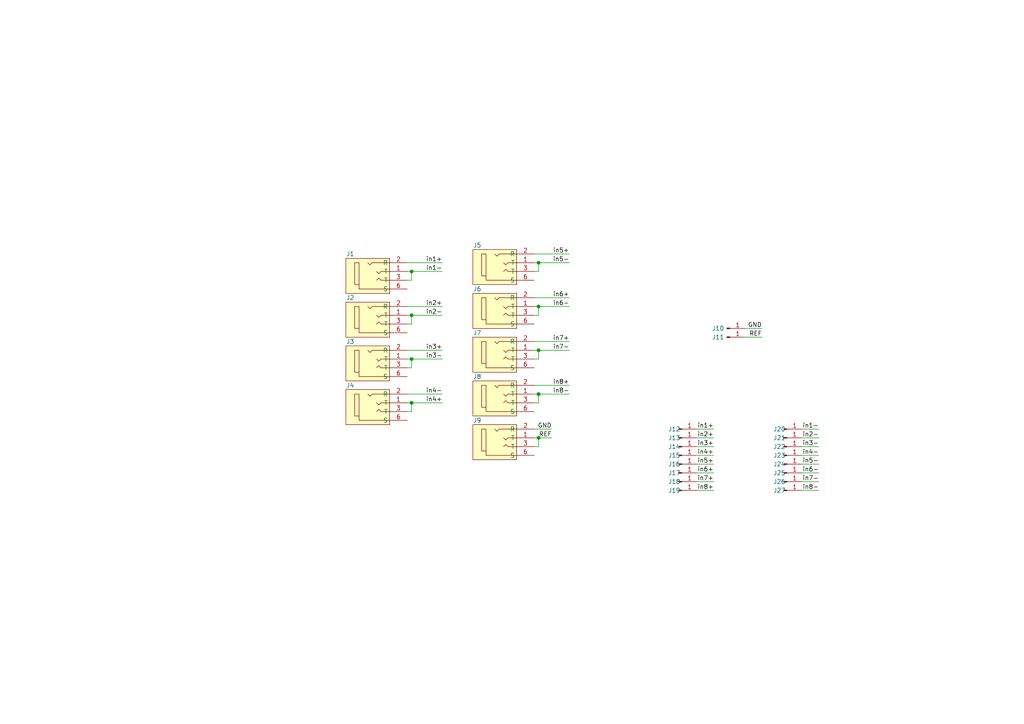
<source format=kicad_sch>
(kicad_sch (version 20231120) (generator "eeschema") (generator_version "8.0")
  (paper "A4")
  (lib_symbols
    (symbol "00_custom:jack2.5_PJ-210B"
      (property "Reference" "J" (at 0 2.54 0))
      (property "Value" "jack2.5_PJ-210B" (at 0 5.08 0))
      (symbol "jack2.5_PJ-210B_0_1"
        (polyline (pts (xy 12.7 -6.35) (xy 10.16 -6.35) (xy 9.525 -5.715) (xy 8.89 -6.35)))
        (polyline (pts (xy 12.7 -3.81) (xy 10.16 -3.81) (xy 9.525 -4.445) (xy 8.89 -3.81)))
        (polyline (pts (xy 12.7 -1.27) (xy 7.62 -1.27) (xy 6.985 -1.905) (xy 6.35 -1.27)))
        (polyline (pts (xy 12.7 -8.89) (xy 3.81 -8.89) (xy 3.81 -1.27) (xy 2.54 -1.27) (xy 2.54 -7.62) (xy 3.81 -7.62)))
        (rectangle (start 12.7 0) (end 0 -10.16) (fill (type background)))
      )
      (symbol "jack2.5_PJ-210B_1_1"
        (pin passive line (at 17.78 -3.81 180) (length 5.08) (name "T") (number "1"))
        (pin passive line (at 17.78 -1.27 180) (length 5.08) (name "R") (number "2"))
        (pin passive line (at 17.78 -6.35 180) (length 5.08) (name "T") (number "3"))
        (pin passive line (at 17.78 -8.89 180) (length 5.08) (name "S") (number "6"))
      )
    )
    (symbol "Connector:Conn_01x01_Pin" (pin_names (offset 1.016) hide)
      (property "Reference" "J" (at 0 2.54 0))
      (property "Value" "Conn_01x01_Pin" (at 0 -2.54 0))
      (symbol "Conn_01x01_Pin_1_1"
        (polyline (pts (xy 1.27 0) (xy 0.8636 0)) (stroke (width 0.1524)))
        (rectangle (start 0.8636 0.127) (end 0 -0.127) (stroke (width 0.1524)) (fill (type outline)))
        (pin passive line (at 5.08 0 180) (length 3.81) (name "Pin_1") (number "1"))
      )
    )
  )
  (junction (at 156.21 101.6))
  (junction (at 156.21 76.2))
  (junction (at 119.38 91.44))
  (junction (at 156.21 127))
  (junction (at 156.21 88.9))
  (junction (at 119.38 104.14))
  (junction (at 119.38 78.74))
  (junction (at 156.21 114.3))
  (junction (at 119.38 116.84))
  (wire (pts (xy 232.41 129.54) (xy 237.49 129.54)))
  (wire (pts (xy 154.94 76.2) (xy 156.21 76.2)))
  (wire (pts (xy 232.41 124.46) (xy 237.49 124.46)))
  (wire (pts (xy 154.94 104.14) (xy 156.21 104.14)))
  (wire (pts (xy 232.41 137.16) (xy 237.49 137.16)))
  (wire (pts (xy 118.11 76.2) (xy 128.27 76.2)))
  (wire (pts (xy 201.93 142.24) (xy 207.01 142.24)))
  (wire (pts (xy 215.9 95.25) (xy 220.98 95.25)))
  (wire (pts (xy 201.93 132.08) (xy 207.01 132.08)))
  (wire (pts (xy 215.9 97.79) (xy 220.98 97.79)))
  (wire (pts (xy 119.38 104.14) (xy 128.27 104.14)))
  (wire (pts (xy 118.11 119.38) (xy 119.38 119.38)))
  (wire (pts (xy 156.21 116.84) (xy 156.21 114.3)))
  (wire (pts (xy 154.94 99.06) (xy 165.1 99.06)))
  (wire (pts (xy 156.21 78.74) (xy 156.21 76.2)))
  (wire (pts (xy 119.38 78.74) (xy 128.27 78.74)))
  (wire (pts (xy 119.38 91.44) (xy 128.27 91.44)))
  (wire (pts (xy 201.93 127) (xy 207.01 127)))
  (wire (pts (xy 119.38 93.98) (xy 119.38 91.44)))
  (wire (pts (xy 154.94 114.3) (xy 156.21 114.3)))
  (wire (pts (xy 232.41 139.7) (xy 237.49 139.7)))
  (wire (pts (xy 154.94 111.76) (xy 165.1 111.76)))
  (wire (pts (xy 154.94 88.9) (xy 156.21 88.9)))
  (wire (pts (xy 156.21 114.3) (xy 165.1 114.3)))
  (wire (pts (xy 118.11 116.84) (xy 119.38 116.84)))
  (wire (pts (xy 156.21 76.2) (xy 165.1 76.2)))
  (wire (pts (xy 118.11 91.44) (xy 119.38 91.44)))
  (wire (pts (xy 154.94 78.74) (xy 156.21 78.74)))
  (wire (pts (xy 154.94 91.44) (xy 156.21 91.44)))
  (wire (pts (xy 201.93 137.16) (xy 207.01 137.16)))
  (wire (pts (xy 232.41 132.08) (xy 237.49 132.08)))
  (wire (pts (xy 118.11 81.28) (xy 119.38 81.28)))
  (wire (pts (xy 201.93 139.7) (xy 207.01 139.7)))
  (wire (pts (xy 118.11 104.14) (xy 119.38 104.14)))
  (wire (pts (xy 118.11 106.68) (xy 119.38 106.68)))
  (wire (pts (xy 156.21 129.54) (xy 156.21 127)))
  (wire (pts (xy 119.38 106.68) (xy 119.38 104.14)))
  (wire (pts (xy 119.38 81.28) (xy 119.38 78.74)))
  (wire (pts (xy 119.38 119.38) (xy 119.38 116.84)))
  (wire (pts (xy 232.41 142.24) (xy 237.49 142.24)))
  (wire (pts (xy 156.21 101.6) (xy 165.1 101.6)))
  (wire (pts (xy 154.94 127) (xy 156.21 127)))
  (wire (pts (xy 201.93 129.54) (xy 207.01 129.54)))
  (wire (pts (xy 232.41 127) (xy 237.49 127)))
  (wire (pts (xy 201.93 124.46) (xy 207.01 124.46)))
  (wire (pts (xy 154.94 124.46) (xy 160.02 124.46)))
  (wire (pts (xy 118.11 101.6) (xy 128.27 101.6)))
  (wire (pts (xy 118.11 114.3) (xy 128.27 114.3)))
  (wire (pts (xy 156.21 88.9) (xy 165.1 88.9)))
  (wire (pts (xy 156.21 127) (xy 160.02 127)))
  (wire (pts (xy 156.21 104.14) (xy 156.21 101.6)))
  (wire (pts (xy 118.11 88.9) (xy 128.27 88.9)))
  (wire (pts (xy 201.93 134.62) (xy 207.01 134.62)))
  (wire (pts (xy 154.94 101.6) (xy 156.21 101.6)))
  (wire (pts (xy 118.11 93.98) (xy 119.38 93.98)))
  (wire (pts (xy 154.94 73.66) (xy 165.1 73.66)))
  (wire (pts (xy 118.11 78.74) (xy 119.38 78.74)))
  (wire (pts (xy 154.94 129.54) (xy 156.21 129.54)))
  (wire (pts (xy 156.21 91.44) (xy 156.21 88.9)))
  (wire (pts (xy 154.94 86.36) (xy 165.1 86.36)))
  (wire (pts (xy 119.38 116.84) (xy 128.27 116.84)))
  (wire (pts (xy 154.94 116.84) (xy 156.21 116.84)))
  (wire (pts (xy 232.41 134.62) (xy 237.49 134.62)))
  (label "REF" (at 220.98 97.79 180))
  (label "in3-" (at 237.49 129.54 180))
  (label "in3+" (at 207.01 129.54 180))
  (label "in6+" (at 207.01 137.16 180))
  (label "in8-" (at 165.1 114.3 180))
  (label "in1-" (at 237.49 124.46 180))
  (label "in2+" (at 207.01 127 180))
  (label "in2-" (at 128.27 91.44 180))
  (label "in2-" (at 237.49 127 180))
  (label "REF" (at 160.02 127 180))
  (label "in4+" (at 207.01 132.08 180))
  (label "in4+" (at 128.27 116.84 180))
  (label "in5-" (at 237.49 134.62 180))
  (label "GND" (at 220.98 95.25 180))
  (label "in7+" (at 165.1 99.06 180))
  (label "in3-" (at 128.27 104.14 180))
  (label "GND" (at 160.02 124.46 180))
  (label "in5+" (at 165.1 73.66 180))
  (label "in1+" (at 207.01 124.46 180))
  (label "in7+" (at 207.01 139.7 180))
  (label "in6-" (at 165.1 88.9 180))
  (label "in2+" (at 128.27 88.9 180))
  (label "in8+" (at 165.1 111.76 180))
  (label "in4-" (at 128.27 114.3 180))
  (label "in7-" (at 165.1 101.6 180))
  (label "in7-" (at 237.49 139.7 180))
  (label "in1+" (at 128.27 76.2 180))
  (label "in1-" (at 128.27 78.74 180))
  (label "in5-" (at 165.1 76.2 180))
  (label "in4-" (at 237.49 132.08 180))
  (label "in6-" (at 237.49 137.16 180))
  (label "in8-" (at 237.49 142.24 180))
  (label "in6+" (at 165.1 86.36 180))
  (label "in5+" (at 207.01 134.62 180))
  (label "in3+" (at 128.27 101.6 180))
  (label "in8+" (at 207.01 142.24 180))
  (symbol (lib_id "00_custom:jack2.5_PJ-210B") (at 100.33 87.63 0) (unit 1)
    (property "Reference" "J2" (at 101.6 86.36 0))
    (property "Value" "jack2.5_PJ-210B" (effects (hide yes)))
    (property "Footprint" "00_custom-footprints:Jack_Socket_PJ-210B" (effects (hide yes)))
  )
  (symbol (lib_id "Connector:Conn_01x01_Pin") (at 196.85 124.46 0) (unit 1)
    (property "Reference" "J12" (at 195.58 124.46 0))
    (property "Value" "Conn_01x01_Pin" (effects (hide yes)))
    (property "Footprint" "00_custom-footprints:Pin_D1.2mm_pogo" (effects (hide yes)))
  )
  (symbol (lib_id "Connector:Conn_01x01_Pin") (at 196.85 137.16 0) (unit 1)
    (property "Reference" "J17" (at 195.58 137.16 0))
    (property "Value" "Conn_01x01_Pin" (effects (hide yes)))
    (property "Footprint" "00_custom-footprints:Pin_D1.2mm_pogo" (effects (hide yes)))
  )
  (symbol (lib_id "Connector:Conn_01x01_Pin") (at 227.33 134.62 0) (unit 1)
    (property "Reference" "J24" (at 226.06 134.62 0))
    (property "Value" "Conn_01x01_Pin" (effects (hide yes)))
    (property "Footprint" "00_custom-footprints:Pin_D1.2mm_pogo" (effects (hide yes)))
  )
  (symbol (lib_id "Connector:Conn_01x01_Pin") (at 196.85 129.54 0) (unit 1)
    (property "Reference" "J14" (at 195.58 129.54 0))
    (property "Value" "Conn_01x01_Pin" (effects (hide yes)))
    (property "Footprint" "00_custom-footprints:Pin_D1.2mm_pogo" (effects (hide yes)))
  )
  (symbol (lib_id "Connector:Conn_01x01_Pin") (at 227.33 139.7 0) (unit 1)
    (property "Reference" "J26" (at 226.06 139.7 0))
    (property "Value" "Conn_01x01_Pin" (effects (hide yes)))
    (property "Footprint" "00_custom-footprints:Pin_D1.2mm_pogo" (effects (hide yes)))
  )
  (symbol (lib_id "Connector:Conn_01x01_Pin") (at 196.85 139.7 0) (unit 1)
    (property "Reference" "J18" (at 195.58 139.7 0))
    (property "Value" "Conn_01x01_Pin" (effects (hide yes)))
    (property "Footprint" "00_custom-footprints:Pin_D1.2mm_pogo" (effects (hide yes)))
  )
  (symbol (lib_id "00_custom:jack2.5_PJ-210B") (at 137.16 123.19 0) (unit 1)
    (property "Reference" "J9" (at 138.43 121.92 0))
    (property "Value" "jack2.5_PJ-210B" (effects (hide yes)))
    (property "Footprint" "00_custom-footprints:Jack_Socket_PJ-210B" (effects (hide yes)))
  )
  (symbol (lib_id "Connector:Conn_01x01_Pin") (at 227.33 129.54 0) (unit 1)
    (property "Reference" "J22" (at 226.06 129.54 0))
    (property "Value" "Conn_01x01_Pin" (effects (hide yes)))
    (property "Footprint" "00_custom-footprints:Pin_D1.2mm_pogo" (effects (hide yes)))
  )
  (symbol (lib_id "Connector:Conn_01x01_Pin") (at 196.85 127 0) (unit 1)
    (property "Reference" "J13" (at 195.58 127 0))
    (property "Value" "Conn_01x01_Pin" (effects (hide yes)))
    (property "Footprint" "00_custom-footprints:Pin_D1.2mm_pogo" (effects (hide yes)))
  )
  (symbol (lib_id "00_custom:jack2.5_PJ-210B") (at 100.33 113.03 0) (unit 1)
    (property "Reference" "J4" (at 101.6 111.76 0))
    (property "Value" "jack2.5_PJ-210B" (effects (hide yes)))
    (property "Footprint" "00_custom-footprints:Jack_Socket_PJ-210B" (effects (hide yes)))
  )
  (symbol (lib_id "Connector:Conn_01x01_Pin") (at 227.33 142.24 0) (unit 1)
    (property "Reference" "J27" (at 226.06 142.24 0))
    (property "Value" "Conn_01x01_Pin" (effects (hide yes)))
    (property "Footprint" "00_custom-footprints:Pin_D1.2mm_pogo" (effects (hide yes)))
  )
  (symbol (lib_id "00_custom:jack2.5_PJ-210B") (at 137.16 97.79 0) (unit 1)
    (property "Reference" "J7" (at 138.43 96.52 0))
    (property "Value" "jack2.5_PJ-210B" (effects (hide yes)))
    (property "Footprint" "00_custom-footprints:Jack_Socket_PJ-210B" (effects (hide yes)))
  )
  (symbol (lib_id "Connector:Conn_01x01_Pin") (at 227.33 124.46 0) (unit 1)
    (property "Reference" "J20" (at 226.06 124.46 0))
    (property "Value" "Conn_01x01_Pin" (effects (hide yes)))
    (property "Footprint" "00_custom-footprints:Pin_D1.2mm_pogo" (effects (hide yes)))
  )
  (symbol (lib_id "00_custom:jack2.5_PJ-210B") (at 137.16 72.39 0) (unit 1)
    (property "Reference" "J5" (at 138.43 71.12 0))
    (property "Value" "jack2.5_PJ-210B" (effects (hide yes)))
    (property "Footprint" "00_custom-footprints:Jack_Socket_PJ-210B" (effects (hide yes)))
  )
  (symbol (lib_id "Connector:Conn_01x01_Pin") (at 196.85 132.08 0) (unit 1)
    (property "Reference" "J15" (at 195.58 132.08 0))
    (property "Value" "Conn_01x01_Pin" (effects (hide yes)))
    (property "Footprint" "00_custom-footprints:Pin_D1.2mm_pogo" (effects (hide yes)))
  )
  (symbol (lib_id "Connector:Conn_01x01_Pin") (at 227.33 137.16 0) (unit 1)
    (property "Reference" "J25" (at 226.06 137.16 0))
    (property "Value" "Conn_01x01_Pin" (effects (hide yes)))
    (property "Footprint" "00_custom-footprints:Pin_D1.2mm_pogo" (effects (hide yes)))
  )
  (symbol (lib_id "Connector:Conn_01x01_Pin") (at 227.33 132.08 0) (unit 1)
    (property "Reference" "J23" (at 226.06 132.08 0))
    (property "Value" "Conn_01x01_Pin" (effects (hide yes)))
    (property "Footprint" "00_custom-footprints:Pin_D1.2mm_pogo" (effects (hide yes)))
  )
  (symbol (lib_id "00_custom:jack2.5_PJ-210B") (at 100.33 74.93 0) (unit 1)
    (property "Reference" "J1" (at 101.6 73.66 0))
    (property "Value" "jack2.5_PJ-210B" (effects (hide yes)))
    (property "Footprint" "00_custom-footprints:Jack_Socket_PJ-210B" (effects (hide yes)))
  )
  (symbol (lib_id "Connector:Conn_01x01_Pin") (at 227.33 127 0) (unit 1)
    (property "Reference" "J21" (at 226.06 127 0))
    (property "Value" "Conn_01x01_Pin" (effects (hide yes)))
    (property "Footprint" "00_custom-footprints:Pin_D1.2mm_pogo" (effects (hide yes)))
  )
  (symbol (lib_id "Connector:Conn_01x01_Pin") (at 210.82 95.25 0) (unit 1)
    (property "Reference" "J10" (at 208.28 95.25 0))
    (property "Value" "Conn_01x01_Pin" (effects (hide yes)))
    (property "Footprint" "Connector_PinHeader_2.54mm:PinHeader_1x01_P2.54mm_Vertical" (effects (hide yes)))
  )
  (symbol (lib_id "Connector:Conn_01x01_Pin") (at 196.85 134.62 0) (unit 1)
    (property "Reference" "J16" (at 195.58 134.62 0))
    (property "Value" "Conn_01x01_Pin" (effects (hide yes)))
    (property "Footprint" "00_custom-footprints:Pin_D1.2mm_pogo" (effects (hide yes)))
  )
  (symbol (lib_id "00_custom:jack2.5_PJ-210B") (at 137.16 110.49 0) (unit 1)
    (property "Reference" "J8" (at 138.43 109.22 0))
    (property "Value" "jack2.5_PJ-210B" (effects (hide yes)))
    (property "Footprint" "00_custom-footprints:Jack_Socket_PJ-210B" (effects (hide yes)))
  )
  (symbol (lib_id "00_custom:jack2.5_PJ-210B") (at 100.33 100.33 0) (unit 1)
    (property "Reference" "J3" (at 101.6 99.06 0))
    (property "Value" "jack2.5_PJ-210B" (effects (hide yes)))
    (property "Footprint" "00_custom-footprints:Jack_Socket_PJ-210B" (effects (hide yes)))
  )
  (symbol (lib_id "00_custom:jack2.5_PJ-210B") (at 137.16 85.09 0) (unit 1)
    (property "Reference" "J6" (at 138.43 83.82 0))
    (property "Value" "jack2.5_PJ-210B" (effects (hide yes)))
    (property "Footprint" "00_custom-footprints:Jack_Socket_PJ-210B" (effects (hide yes)))
  )
  (symbol (lib_id "Connector:Conn_01x01_Pin") (at 210.82 97.79 0) (unit 1)
    (property "Reference" "J11" (at 208.28 97.79 0))
    (property "Value" "Conn_01x01_Pin" (effects (hide yes)))
    (property "Footprint" "Connector_PinHeader_2.54mm:PinHeader_1x01_P2.54mm_Vertical" (effects (hide yes)))
  )
  (symbol (lib_id "Connector:Conn_01x01_Pin") (at 196.85 142.24 0) (unit 1)
    (property "Reference" "J19" (at 195.58 142.24 0))
    (property "Value" "Conn_01x01_Pin" (effects (hide yes)))
    (property "Footprint" "00_custom-footprints:Pin_D1.2mm_pogo" (effects (hide yes)))
  )
)
</source>
